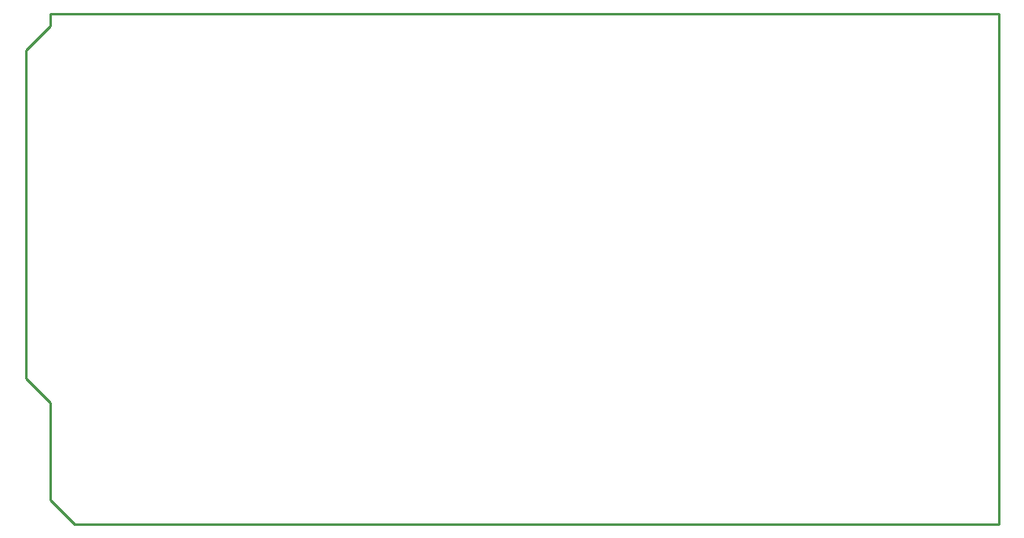
<source format=gm1>
G04 Layer_Color=16711935*
%FSTAX24Y24*%
%MOIN*%
G70*
G01*
G75*
%ADD22C,0.0100*%
D22*
X03245Y0305D02*
Y031D01*
X03145Y0295D02*
X03245Y0305D01*
X03145Y016004D02*
Y0295D01*
Y016004D02*
X03245Y015004D01*
Y011D02*
Y015D01*
Y011D02*
X03345Y01D01*
X07145D01*
X070804Y031D02*
X07145D01*
Y030354D02*
Y031D01*
Y01D02*
Y030354D01*
X03245Y031D02*
X070804D01*
M02*

</source>
